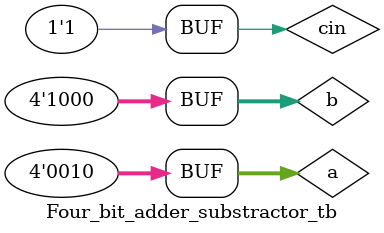
<source format=v>
module half_adder(s,cout,a,b);
input a,b;
output s,cout;
xor(s,a,b);
and(cout,a,b);
endmodule
module full_adder(s,cout,a,b,cin);
input a,b,cin;
output s,cout;
wire s1,cout1,cout2;
half_adder h1(s1,cout1,a,b);
half_adder h2(s,cout2,s1,cin);
or(cout,cout1,cout2);
endmodule
module Four_bit_full_adder(s,cout,a,b,cin);
input [3:0]a,b;
input cin;
output [3:0]s;
output cout;
wire [2:0]c;
full_adder f0(s[0],c[0],a[0],b[0],cin);
full_adder f1(s[1],c[1],a[1],b[1],c[0]);
full_adder f2(s[2],c[2],a[2],b[2],c[1]);
full_adder f3(s[3],cout,a[3],b[3],c[2]);
endmodule
module Four_bit_adder_substractor(s,cout,a,b,cin);
input [3:0]a,b;
input cin;
output [3:0]s;
output cout;
wire [3:0]w;


xor(w[0],b[0],cin);
xor(w[1],b[1],cin);
xor(w[2],b[2],cin);
xor(w[3],b[3],cin);
Four_bit_full_adder fbfa(s,cout,w,b,cin);
endmodule

module Four_bit_adder_substractor_tb;
reg [3:0]a,b;
reg cin;
wire [3:0]s;
wire cout;
Four_bit_adder_substractor fbfa(s,cout,a,b,cin);
initial begin
a=4'b0001; b=4'b0010; cin=1'b0; #50;
a=4'b0011; b=4'b0100; cin=1'b0; #50;
a=4'b0100; b=4'b0101; cin=1'b0; #50;
a=4'b0101; b=4'b0110; cin=1'b0; #50;

a=4'b1000; b=4'b0001; cin=1'b1; #50;
a=4'b0100; b=4'b0010; cin=1'b1; #50;
a=4'b1010; b=4'b0110; cin=1'b1; #50;
a=4'b0010; b=4'b1000; cin=1'b1; #50;
end endmodule






</source>
